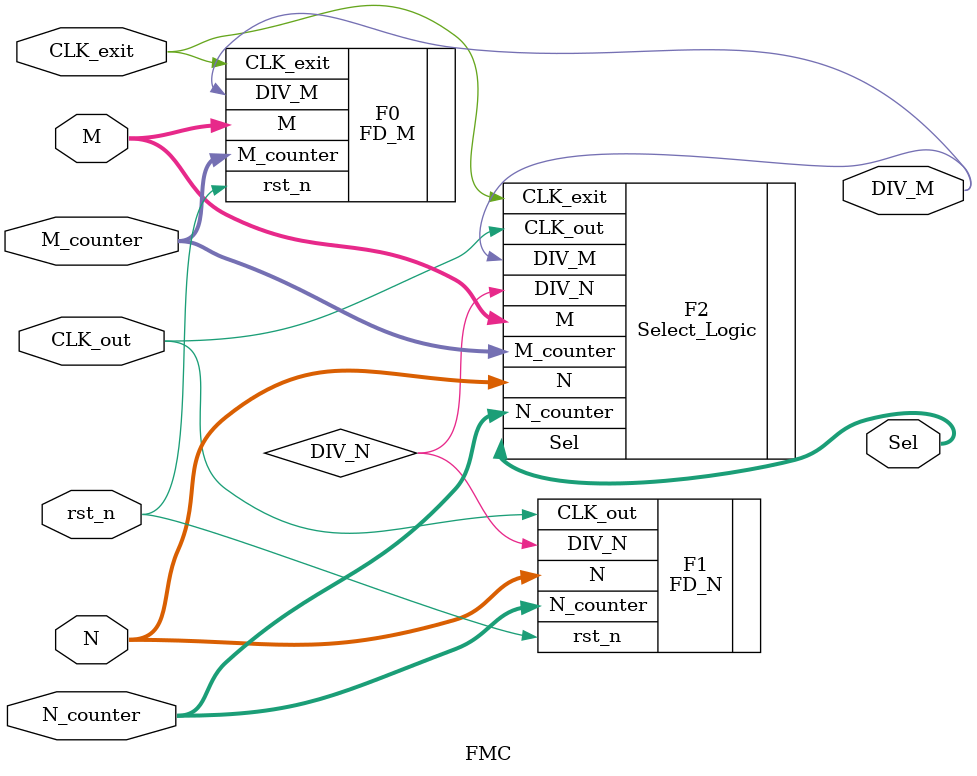
<source format=v>
`include "FD_M.v"
`include "FD_N.v"
`include "Select_Logic.v"
module FMC (CLK_exit,CLK_out,rst_n,Sel,DIV_M,M_counter,N_counter,M,N);
input CLK_exit;
input CLK_out;
input rst_n;
input [1:0] M_counter;
input [3:0] N_counter;
input [1:0] M;
input [3:0] N;
output [1:0]Sel;
output DIV_M;

wire DIV_N;

FD_M F0(.M(M),.DIV_M(DIV_M),.CLK_exit(CLK_exit),.rst_n(rst_n),.M_counter(M_counter));
FD_N F1(.N(N),.DIV_N(DIV_N),.CLK_out(CLK_out),.rst_n(rst_n),.N_counter(N_counter));
Select_Logic F2(.DIV_N(DIV_N),.CLK_out(CLK_out),.CLK_exit(CLK_exit),.DIV_M(DIV_M),.M(M),.N(N),.N_counter(N_counter),.M_counter(M_counter),.Sel(Sel));



endmodule
</source>
